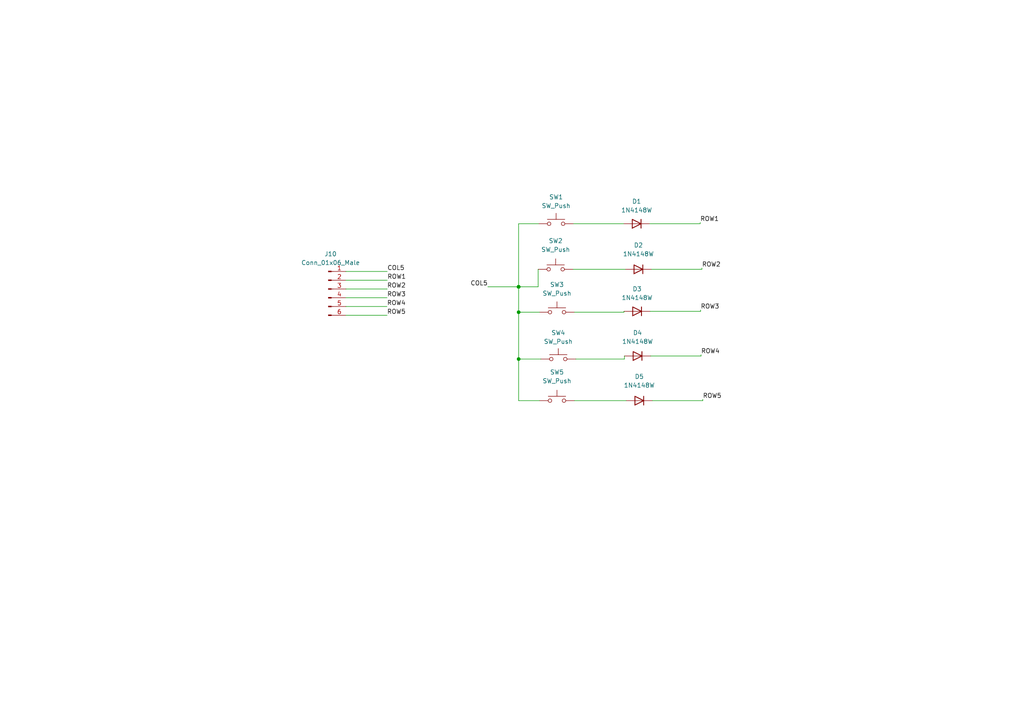
<source format=kicad_sch>
(kicad_sch (version 20211123) (generator eeschema)
  (paper "A4")
  (title_block (title "TORO UFC v1.0 - Right PAD") (date "2022-02-12") (rev "1.0"))
  (lib_symbols
    (symbol "Connector:Conn_01x06_Male" (pin_names (offset 1.016) hide)
      (property "Reference" "J" (at 0 7.62 0))
      (property "Value" "Conn_01x06_Male" (at 0 -10.16 0))
      (symbol "Conn_01x06_Male_1_1"
        (polyline (pts (xy 1.27 -7.62) (xy 0.8636 -7.62)) (stroke (width 0.1524)))
        (polyline (pts (xy 1.27 -5.08) (xy 0.8636 -5.08)) (stroke (width 0.1524)))
        (polyline (pts (xy 1.27 -2.54) (xy 0.8636 -2.54)) (stroke (width 0.1524)))
        (polyline (pts (xy 1.27 0) (xy 0.8636 0)) (stroke (width 0.1524)))
        (polyline (pts (xy 1.27 2.54) (xy 0.8636 2.54)) (stroke (width 0.1524)))
        (polyline (pts (xy 1.27 5.08) (xy 0.8636 5.08)) (stroke (width 0.1524)))
        (rectangle (start 0.8636 -7.493) (end 0 -7.747) (stroke (width 0.1524)) (fill (type outline)))
        (rectangle (start 0.8636 -4.953) (end 0 -5.207) (stroke (width 0.1524)) (fill (type outline)))
        (rectangle (start 0.8636 -2.413) (end 0 -2.667) (stroke (width 0.1524)) (fill (type outline)))
        (rectangle (start 0.8636 0.127) (end 0 -0.127) (stroke (width 0.1524)) (fill (type outline)))
        (rectangle (start 0.8636 2.667) (end 0 2.413) (stroke (width 0.1524)) (fill (type outline)))
        (rectangle (start 0.8636 5.207) (end 0 4.953) (stroke (width 0.1524)) (fill (type outline)))
        (pin passive line (at 5.08 5.08 180) (length 3.81) (name "Pin_1") (number "1"))
        (pin passive line (at 5.08 2.54 180) (length 3.81) (name "Pin_2") (number "2"))
        (pin passive line (at 5.08 0 180) (length 3.81) (name "Pin_3") (number "3"))
        (pin passive line (at 5.08 -2.54 180) (length 3.81) (name "Pin_4") (number "4"))
        (pin passive line (at 5.08 -5.08 180) (length 3.81) (name "Pin_5") (number "5"))
        (pin passive line (at 5.08 -7.62 180) (length 3.81) (name "Pin_6") (number "6"))
      )
    )
    (symbol "Diode:1N4148W" (pin_numbers hide) (pin_names (offset 1.016) hide)
      (property "Reference" "D" (at 0 2.54 0))
      (property "Value" "1N4148W" (at 0 -2.54 0))
      (symbol "1N4148W_0_1"
        (polyline (pts (xy -1.27 1.27) (xy -1.27 -1.27)) (stroke (width 0.254)))
        (polyline (pts (xy 1.27 0) (xy -1.27 0)))
        (polyline (pts (xy 1.27 1.27) (xy 1.27 -1.27) (xy -1.27 0) (xy 1.27 1.27)) (stroke (width 0.254)))
      )
      (symbol "1N4148W_1_1"
        (pin passive line (at -3.81 0 0) (length 2.54) (name "K") (number "1"))
        (pin passive line (at 3.81 0 180) (length 2.54) (name "A") (number "2"))
      )
    )
    (symbol "Switch:SW_Push" (pin_numbers hide) (pin_names (offset 1.016) hide)
      (property "Reference" "SW" (at 1.27 2.54 0))
      (property "Value" "SW_Push" (at 0 -1.524 0))
      (symbol "SW_Push_0_1"
        (circle (center -2.032 0) (radius 0.508))
        (polyline (pts (xy 0 1.27) (xy 0 3.048)))
        (polyline (pts (xy 2.54 1.27) (xy -2.54 1.27)))
        (circle (center 2.032 0) (radius 0.508))
        (pin passive line (at -5.08 0 0) (length 2.54) (name "1") (number "1"))
        (pin passive line (at 5.08 0 180) (length 2.54) (name "2") (number "2"))
      )
    )
  )
  (junction (at 150.4284 83.185))
  (junction (at 150.4135 83.185))
  (junction (at 150.4284 90.551))
  (junction (at 150.4284 104.14))
  (wire (pts (xy 166.243 78.105) (xy 181.356 78.105)))
  (wire (pts (xy 203.581 78.105) (xy 203.581 77.724)))
  (wire (pts (xy 100.33 86.36) (xy 112.2642 86.36)))
  (wire (pts (xy 150.4135 83.185) (xy 150.4135 64.897)))
  (wire (pts (xy 100.33 78.74) (xy 112.3208 78.74)))
  (wire (pts (xy 203.835 116.205) (xy 203.835 115.824)))
  (wire (pts (xy 203.327 103.251) (xy 203.327 102.87)))
  (wire (pts (xy 188.976 78.105) (xy 203.581 78.105)))
  (wire (pts (xy 188.595 90.297) (xy 203.2 90.297)))
  (wire (pts (xy 100.33 91.44) (xy 112.2423 91.44)))
  (wire (pts (xy 156.464 116.205) (xy 150.4284 116.205)))
  (wire (pts (xy 150.4284 116.205) (xy 150.4284 104.14)))
  (wire (pts (xy 188.468 64.897) (xy 203.073 64.897)))
  (wire (pts (xy 166.624 90.551) (xy 180.975 90.551)))
  (wire (pts (xy 203.073 64.897) (xy 203.073 64.516)))
  (wire (pts (xy 156.083 78.105) (xy 156.083 83.185)))
  (wire (pts (xy 141.478 83.185) (xy 150.4135 83.185)))
  (wire (pts (xy 150.4284 90.551) (xy 150.4284 83.185)))
  (wire (pts (xy 112.2642 83.8192) (xy 112.2642 83.82)))
  (wire (pts (xy 188.722 103.251) (xy 203.327 103.251)))
  (wire (pts (xy 112.2423 91.44) (xy 112.2423 91.4412)))
  (wire (pts (xy 167.005 104.14) (xy 181.102 104.14)))
  (wire (pts (xy 189.23 116.205) (xy 203.835 116.205)))
  (wire (pts (xy 150.4135 64.897) (xy 156.21 64.897)))
  (wire (pts (xy 166.624 116.205) (xy 181.61 116.205)))
  (wire (pts (xy 166.37 64.897) (xy 180.848 64.897)))
  (wire (pts (xy 203.2 90.297) (xy 203.2 89.916)))
  (wire (pts (xy 150.4284 83.185) (xy 150.4135 83.185)))
  (wire (pts (xy 100.33 83.82) (xy 112.2642 83.82)))
  (wire (pts (xy 156.845 104.14) (xy 150.4284 104.14)))
  (wire (pts (xy 181.102 104.14) (xy 181.102 103.251)))
  (wire (pts (xy 150.4284 104.14) (xy 150.4284 90.551)))
  (wire (pts (xy 156.464 90.551) (xy 150.4284 90.551)))
  (wire (pts (xy 100.33 81.28) (xy 112.3208 81.28)))
  (wire (pts (xy 156.083 83.185) (xy 150.4284 83.185)))
  (wire (pts (xy 100.33 88.9) (xy 112.2423 88.9)))
  (wire (pts (xy 180.975 90.551) (xy 180.975 90.297)))
  (label "ROW5" (at 112.2423 91.4412 0))
  (label "COL5" (at 141.478 83.185 180))
  (label "ROW4" (at 203.327 102.87 0))
  (label "ROW3" (at 112.2642 86.36 0))
  (label "ROW1" (at 112.3208 81.28 0))
  (label "ROW4" (at 112.2423 88.9 0))
  (label "ROW1" (at 203.073 64.516 0))
  (label "ROW2" (at 112.2642 83.8192 0))
  (label "ROW2" (at 203.581 77.724 0))
  (label "COL5" (at 112.3208 78.74 0))
  (label "ROW5" (at 203.835 115.824 0))
  (label "ROW3" (at 203.2 89.916 0))
  (symbol (lib_id "Diode:1N4148W") (at 184.785 90.297 180) (unit 1)
    (property "Reference" "D3" (at 184.785 83.82 0))
    (property "Value" "1N4148W" (at 184.785 86.36 0))
    (property "Footprint" "Diode_SMD:D_SOD-123" (effects hide))
    (property "Datasheet" "https://www.vishay.com/docs/85748/1n4148w.pdf" (effects hide))
  )
  (symbol (lib_id "Diode:1N4148W") (at 184.912 103.251 180) (unit 1)
    (property "Reference" "D4" (at 184.912 96.52 0))
    (property "Value" "1N4148W" (at 184.912 99.06 0))
    (property "Footprint" "Diode_SMD:D_SOD-123" (effects hide))
    (property "Datasheet" "https://www.vishay.com/docs/85748/1n4148w.pdf" (effects hide))
  )
  (symbol (lib_id "Switch:SW_Push") (at 161.544 116.205 0) (unit 1)
    (property "Reference" "SW5" (at 161.544 107.95 0))
    (property "Value" "SW_Push" (at 161.544 110.49 0))
    (property "Footprint" "Button_Switch_Keyboard:SW_Cherry_MX_1.00u_PCB" (effects hide))
  )
  (symbol (lib_id "Connector:Conn_01x06_Male") (at 95.25 83.82 0) (unit 1)
    (property "Reference" "J10" (at 95.885 73.66 0))
    (property "Value" "Conn_01x06_Male" (at 95.885 76.2 0))
    (property "Footprint" "Connector_JST:JST_XH_B6B-XH-A_1x06_P2.50mm_Vertical" (effects hide))
  )
  (symbol (lib_id "Switch:SW_Push") (at 161.29 64.897 0) (unit 1)
    (property "Reference" "SW1" (at 161.29 57.15 0))
    (property "Value" "SW_Push" (at 161.29 59.69 0))
    (property "Footprint" "Button_Switch_Keyboard:SW_Cherry_MX_1.00u_PCB" (effects hide))
  )
  (symbol (lib_id "Switch:SW_Push") (at 161.925 104.14 0) (unit 1)
    (property "Reference" "SW4" (at 161.925 96.52 0))
    (property "Value" "SW_Push" (at 161.925 99.06 0))
    (property "Footprint" "Button_Switch_Keyboard:SW_Cherry_MX_1.00u_PCB" (effects hide))
  )
  (symbol (lib_id "Diode:1N4148W") (at 184.658 64.897 180) (unit 1)
    (property "Reference" "D1" (at 184.658 58.42 0))
    (property "Value" "1N4148W" (at 184.658 60.96 0))
    (property "Footprint" "Diode_SMD:D_SOD-123" (effects hide))
    (property "Datasheet" "https://www.vishay.com/docs/85748/1n4148w.pdf" (effects hide))
  )
  (symbol (lib_id "Switch:SW_Push") (at 161.544 90.551 0) (unit 1)
    (property "Reference" "SW3" (at 161.544 82.55 0))
    (property "Value" "SW_Push" (at 161.544 85.09 0))
    (property "Footprint" "Button_Switch_Keyboard:SW_Cherry_MX_1.00u_PCB" (effects hide))
  )
  (symbol (lib_id "Diode:1N4148W") (at 185.166 78.105 180) (unit 1)
    (property "Reference" "D2" (at 185.166 71.12 0))
    (property "Value" "1N4148W" (at 185.166 73.66 0))
    (property "Footprint" "Diode_SMD:D_SOD-123" (effects hide))
    (property "Datasheet" "https://www.vishay.com/docs/85748/1n4148w.pdf" (effects hide))
  )
  (symbol (lib_id "Diode:1N4148W") (at 185.42 116.205 180) (unit 1)
    (property "Reference" "D5" (at 185.42 109.22 0))
    (property "Value" "1N4148W" (at 185.42 111.76 0))
    (property "Footprint" "Diode_SMD:D_SOD-123" (effects hide))
    (property "Datasheet" "https://www.vishay.com/docs/85748/1n4148w.pdf" (effects hide))
  )
  (symbol (lib_id "Switch:SW_Push") (at 161.163 78.105 0) (unit 1)
    (property "Reference" "SW2" (at 161.163 69.85 0))
    (property "Value" "SW_Push" (at 161.163 72.39 0))
    (property "Footprint" "Button_Switch_Keyboard:SW_Cherry_MX_1.00u_PCB" (effects hide))
  )
)
</source>
